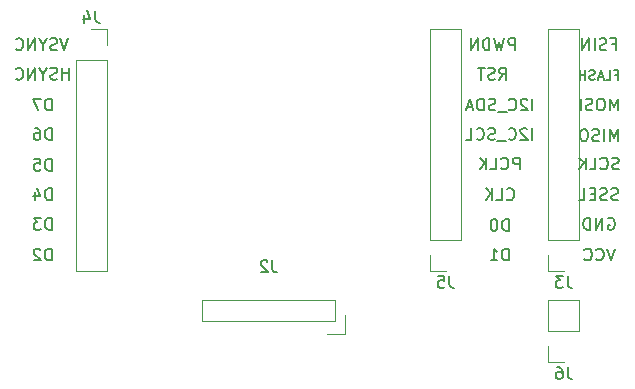
<source format=gbo>
G04 #@! TF.GenerationSoftware,KiCad,Pcbnew,(5.1.0)-1*
G04 #@! TF.CreationDate,2019-07-17T20:00:31+05:30*
G04 #@! TF.ProjectId,AR0135_adapter_rev1,41523031-3335-45f6-9164-61707465725f,rev?*
G04 #@! TF.SameCoordinates,Original*
G04 #@! TF.FileFunction,Legend,Bot*
G04 #@! TF.FilePolarity,Positive*
%FSLAX46Y46*%
G04 Gerber Fmt 4.6, Leading zero omitted, Abs format (unit mm)*
G04 Created by KiCad (PCBNEW (5.1.0)-1) date 2019-07-17 20:00:31*
%MOMM*%
%LPD*%
G04 APERTURE LIST*
%ADD10C,0.150000*%
%ADD11C,0.120000*%
G04 APERTURE END LIST*
D10*
X69095238Y-20428571D02*
X69428571Y-20428571D01*
X69428571Y-20952380D02*
X69428571Y-19952380D01*
X68952380Y-19952380D01*
X68619047Y-20904761D02*
X68476190Y-20952380D01*
X68238095Y-20952380D01*
X68142857Y-20904761D01*
X68095238Y-20857142D01*
X68047619Y-20761904D01*
X68047619Y-20666666D01*
X68095238Y-20571428D01*
X68142857Y-20523809D01*
X68238095Y-20476190D01*
X68428571Y-20428571D01*
X68523809Y-20380952D01*
X68571428Y-20333333D01*
X68619047Y-20238095D01*
X68619047Y-20142857D01*
X68571428Y-20047619D01*
X68523809Y-20000000D01*
X68428571Y-19952380D01*
X68190476Y-19952380D01*
X68047619Y-20000000D01*
X67619047Y-20952380D02*
X67619047Y-19952380D01*
X67142857Y-20952380D02*
X67142857Y-19952380D01*
X66571428Y-20952380D01*
X66571428Y-19952380D01*
X69352380Y-23042857D02*
X69619047Y-23042857D01*
X69619047Y-23461904D02*
X69619047Y-22661904D01*
X69238095Y-22661904D01*
X68552380Y-23461904D02*
X68933333Y-23461904D01*
X68933333Y-22661904D01*
X68323809Y-23233333D02*
X67942857Y-23233333D01*
X68400000Y-23461904D02*
X68133333Y-22661904D01*
X67866666Y-23461904D01*
X67638095Y-23423809D02*
X67523809Y-23461904D01*
X67333333Y-23461904D01*
X67257142Y-23423809D01*
X67219047Y-23385714D01*
X67180952Y-23309523D01*
X67180952Y-23233333D01*
X67219047Y-23157142D01*
X67257142Y-23119047D01*
X67333333Y-23080952D01*
X67485714Y-23042857D01*
X67561904Y-23004761D01*
X67600000Y-22966666D01*
X67638095Y-22890476D01*
X67638095Y-22814285D01*
X67600000Y-22738095D01*
X67561904Y-22700000D01*
X67485714Y-22661904D01*
X67295238Y-22661904D01*
X67180952Y-22700000D01*
X66838095Y-23461904D02*
X66838095Y-22661904D01*
X66838095Y-23042857D02*
X66380952Y-23042857D01*
X66380952Y-23461904D02*
X66380952Y-22661904D01*
X69571428Y-26052380D02*
X69571428Y-25052380D01*
X69238095Y-25766666D01*
X68904761Y-25052380D01*
X68904761Y-26052380D01*
X68238095Y-25052380D02*
X68047619Y-25052380D01*
X67952380Y-25100000D01*
X67857142Y-25195238D01*
X67809523Y-25385714D01*
X67809523Y-25719047D01*
X67857142Y-25909523D01*
X67952380Y-26004761D01*
X68047619Y-26052380D01*
X68238095Y-26052380D01*
X68333333Y-26004761D01*
X68428571Y-25909523D01*
X68476190Y-25719047D01*
X68476190Y-25385714D01*
X68428571Y-25195238D01*
X68333333Y-25100000D01*
X68238095Y-25052380D01*
X67428571Y-26004761D02*
X67285714Y-26052380D01*
X67047619Y-26052380D01*
X66952380Y-26004761D01*
X66904761Y-25957142D01*
X66857142Y-25861904D01*
X66857142Y-25766666D01*
X66904761Y-25671428D01*
X66952380Y-25623809D01*
X67047619Y-25576190D01*
X67238095Y-25528571D01*
X67333333Y-25480952D01*
X67380952Y-25433333D01*
X67428571Y-25338095D01*
X67428571Y-25242857D01*
X67380952Y-25147619D01*
X67333333Y-25100000D01*
X67238095Y-25052380D01*
X67000000Y-25052380D01*
X66857142Y-25100000D01*
X66428571Y-26052380D02*
X66428571Y-25052380D01*
X69571428Y-28652380D02*
X69571428Y-27652380D01*
X69238095Y-28366666D01*
X68904761Y-27652380D01*
X68904761Y-28652380D01*
X68428571Y-28652380D02*
X68428571Y-27652380D01*
X68000000Y-28604761D02*
X67857142Y-28652380D01*
X67619047Y-28652380D01*
X67523809Y-28604761D01*
X67476190Y-28557142D01*
X67428571Y-28461904D01*
X67428571Y-28366666D01*
X67476190Y-28271428D01*
X67523809Y-28223809D01*
X67619047Y-28176190D01*
X67809523Y-28128571D01*
X67904761Y-28080952D01*
X67952380Y-28033333D01*
X68000000Y-27938095D01*
X68000000Y-27842857D01*
X67952380Y-27747619D01*
X67904761Y-27700000D01*
X67809523Y-27652380D01*
X67571428Y-27652380D01*
X67428571Y-27700000D01*
X66809523Y-27652380D02*
X66619047Y-27652380D01*
X66523809Y-27700000D01*
X66428571Y-27795238D01*
X66380952Y-27985714D01*
X66380952Y-28319047D01*
X66428571Y-28509523D01*
X66523809Y-28604761D01*
X66619047Y-28652380D01*
X66809523Y-28652380D01*
X66904761Y-28604761D01*
X67000000Y-28509523D01*
X67047619Y-28319047D01*
X67047619Y-27985714D01*
X67000000Y-27795238D01*
X66904761Y-27700000D01*
X66809523Y-27652380D01*
X69690476Y-31004761D02*
X69547619Y-31052380D01*
X69309523Y-31052380D01*
X69214285Y-31004761D01*
X69166666Y-30957142D01*
X69119047Y-30861904D01*
X69119047Y-30766666D01*
X69166666Y-30671428D01*
X69214285Y-30623809D01*
X69309523Y-30576190D01*
X69500000Y-30528571D01*
X69595238Y-30480952D01*
X69642857Y-30433333D01*
X69690476Y-30338095D01*
X69690476Y-30242857D01*
X69642857Y-30147619D01*
X69595238Y-30100000D01*
X69500000Y-30052380D01*
X69261904Y-30052380D01*
X69119047Y-30100000D01*
X68119047Y-30957142D02*
X68166666Y-31004761D01*
X68309523Y-31052380D01*
X68404761Y-31052380D01*
X68547619Y-31004761D01*
X68642857Y-30909523D01*
X68690476Y-30814285D01*
X68738095Y-30623809D01*
X68738095Y-30480952D01*
X68690476Y-30290476D01*
X68642857Y-30195238D01*
X68547619Y-30100000D01*
X68404761Y-30052380D01*
X68309523Y-30052380D01*
X68166666Y-30100000D01*
X68119047Y-30147619D01*
X67214285Y-31052380D02*
X67690476Y-31052380D01*
X67690476Y-30052380D01*
X66880952Y-31052380D02*
X66880952Y-30052380D01*
X66309523Y-31052380D02*
X66738095Y-30480952D01*
X66309523Y-30052380D02*
X66880952Y-30623809D01*
X69619047Y-33604761D02*
X69476190Y-33652380D01*
X69238095Y-33652380D01*
X69142857Y-33604761D01*
X69095238Y-33557142D01*
X69047619Y-33461904D01*
X69047619Y-33366666D01*
X69095238Y-33271428D01*
X69142857Y-33223809D01*
X69238095Y-33176190D01*
X69428571Y-33128571D01*
X69523809Y-33080952D01*
X69571428Y-33033333D01*
X69619047Y-32938095D01*
X69619047Y-32842857D01*
X69571428Y-32747619D01*
X69523809Y-32700000D01*
X69428571Y-32652380D01*
X69190476Y-32652380D01*
X69047619Y-32700000D01*
X68666666Y-33604761D02*
X68523809Y-33652380D01*
X68285714Y-33652380D01*
X68190476Y-33604761D01*
X68142857Y-33557142D01*
X68095238Y-33461904D01*
X68095238Y-33366666D01*
X68142857Y-33271428D01*
X68190476Y-33223809D01*
X68285714Y-33176190D01*
X68476190Y-33128571D01*
X68571428Y-33080952D01*
X68619047Y-33033333D01*
X68666666Y-32938095D01*
X68666666Y-32842857D01*
X68619047Y-32747619D01*
X68571428Y-32700000D01*
X68476190Y-32652380D01*
X68238095Y-32652380D01*
X68095238Y-32700000D01*
X67666666Y-33128571D02*
X67333333Y-33128571D01*
X67190476Y-33652380D02*
X67666666Y-33652380D01*
X67666666Y-32652380D01*
X67190476Y-32652380D01*
X66285714Y-33652380D02*
X66761904Y-33652380D01*
X66761904Y-32652380D01*
X68761904Y-35200000D02*
X68857142Y-35152380D01*
X69000000Y-35152380D01*
X69142857Y-35200000D01*
X69238095Y-35295238D01*
X69285714Y-35390476D01*
X69333333Y-35580952D01*
X69333333Y-35723809D01*
X69285714Y-35914285D01*
X69238095Y-36009523D01*
X69142857Y-36104761D01*
X69000000Y-36152380D01*
X68904761Y-36152380D01*
X68761904Y-36104761D01*
X68714285Y-36057142D01*
X68714285Y-35723809D01*
X68904761Y-35723809D01*
X68285714Y-36152380D02*
X68285714Y-35152380D01*
X67714285Y-36152380D01*
X67714285Y-35152380D01*
X67238095Y-36152380D02*
X67238095Y-35152380D01*
X67000000Y-35152380D01*
X66857142Y-35200000D01*
X66761904Y-35295238D01*
X66714285Y-35390476D01*
X66666666Y-35580952D01*
X66666666Y-35723809D01*
X66714285Y-35914285D01*
X66761904Y-36009523D01*
X66857142Y-36104761D01*
X67000000Y-36152380D01*
X67238095Y-36152380D01*
X69333333Y-37752380D02*
X69000000Y-38752380D01*
X68666666Y-37752380D01*
X67761904Y-38657142D02*
X67809523Y-38704761D01*
X67952380Y-38752380D01*
X68047619Y-38752380D01*
X68190476Y-38704761D01*
X68285714Y-38609523D01*
X68333333Y-38514285D01*
X68380952Y-38323809D01*
X68380952Y-38180952D01*
X68333333Y-37990476D01*
X68285714Y-37895238D01*
X68190476Y-37800000D01*
X68047619Y-37752380D01*
X67952380Y-37752380D01*
X67809523Y-37800000D01*
X67761904Y-37847619D01*
X66761904Y-38657142D02*
X66809523Y-38704761D01*
X66952380Y-38752380D01*
X67047619Y-38752380D01*
X67190476Y-38704761D01*
X67285714Y-38609523D01*
X67333333Y-38514285D01*
X67380952Y-38323809D01*
X67380952Y-38180952D01*
X67333333Y-37990476D01*
X67285714Y-37895238D01*
X67190476Y-37800000D01*
X67047619Y-37752380D01*
X66952380Y-37752380D01*
X66809523Y-37800000D01*
X66761904Y-37847619D01*
X60338095Y-38752380D02*
X60338095Y-37752380D01*
X60100000Y-37752380D01*
X59957142Y-37800000D01*
X59861904Y-37895238D01*
X59814285Y-37990476D01*
X59766666Y-38180952D01*
X59766666Y-38323809D01*
X59814285Y-38514285D01*
X59861904Y-38609523D01*
X59957142Y-38704761D01*
X60100000Y-38752380D01*
X60338095Y-38752380D01*
X58814285Y-38752380D02*
X59385714Y-38752380D01*
X59100000Y-38752380D02*
X59100000Y-37752380D01*
X59195238Y-37895238D01*
X59290476Y-37990476D01*
X59385714Y-38038095D01*
X60338095Y-36252380D02*
X60338095Y-35252380D01*
X60100000Y-35252380D01*
X59957142Y-35300000D01*
X59861904Y-35395238D01*
X59814285Y-35490476D01*
X59766666Y-35680952D01*
X59766666Y-35823809D01*
X59814285Y-36014285D01*
X59861904Y-36109523D01*
X59957142Y-36204761D01*
X60100000Y-36252380D01*
X60338095Y-36252380D01*
X59147619Y-35252380D02*
X59052380Y-35252380D01*
X58957142Y-35300000D01*
X58909523Y-35347619D01*
X58861904Y-35442857D01*
X58814285Y-35633333D01*
X58814285Y-35871428D01*
X58861904Y-36061904D01*
X58909523Y-36157142D01*
X58957142Y-36204761D01*
X59052380Y-36252380D01*
X59147619Y-36252380D01*
X59242857Y-36204761D01*
X59290476Y-36157142D01*
X59338095Y-36061904D01*
X59385714Y-35871428D01*
X59385714Y-35633333D01*
X59338095Y-35442857D01*
X59290476Y-35347619D01*
X59242857Y-35300000D01*
X59147619Y-35252380D01*
X60195238Y-33557142D02*
X60242857Y-33604761D01*
X60385714Y-33652380D01*
X60480952Y-33652380D01*
X60623809Y-33604761D01*
X60719047Y-33509523D01*
X60766666Y-33414285D01*
X60814285Y-33223809D01*
X60814285Y-33080952D01*
X60766666Y-32890476D01*
X60719047Y-32795238D01*
X60623809Y-32700000D01*
X60480952Y-32652380D01*
X60385714Y-32652380D01*
X60242857Y-32700000D01*
X60195238Y-32747619D01*
X59290476Y-33652380D02*
X59766666Y-33652380D01*
X59766666Y-32652380D01*
X58957142Y-33652380D02*
X58957142Y-32652380D01*
X58385714Y-33652380D02*
X58814285Y-33080952D01*
X58385714Y-32652380D02*
X58957142Y-33223809D01*
X61266666Y-31052380D02*
X61266666Y-30052380D01*
X60885714Y-30052380D01*
X60790476Y-30100000D01*
X60742857Y-30147619D01*
X60695238Y-30242857D01*
X60695238Y-30385714D01*
X60742857Y-30480952D01*
X60790476Y-30528571D01*
X60885714Y-30576190D01*
X61266666Y-30576190D01*
X59695238Y-30957142D02*
X59742857Y-31004761D01*
X59885714Y-31052380D01*
X59980952Y-31052380D01*
X60123809Y-31004761D01*
X60219047Y-30909523D01*
X60266666Y-30814285D01*
X60314285Y-30623809D01*
X60314285Y-30480952D01*
X60266666Y-30290476D01*
X60219047Y-30195238D01*
X60123809Y-30100000D01*
X59980952Y-30052380D01*
X59885714Y-30052380D01*
X59742857Y-30100000D01*
X59695238Y-30147619D01*
X58790476Y-31052380D02*
X59266666Y-31052380D01*
X59266666Y-30052380D01*
X58457142Y-31052380D02*
X58457142Y-30052380D01*
X57885714Y-31052380D02*
X58314285Y-30480952D01*
X57885714Y-30052380D02*
X58457142Y-30623809D01*
X62338095Y-28552380D02*
X62338095Y-27552380D01*
X61909523Y-27647619D02*
X61861904Y-27600000D01*
X61766666Y-27552380D01*
X61528571Y-27552380D01*
X61433333Y-27600000D01*
X61385714Y-27647619D01*
X61338095Y-27742857D01*
X61338095Y-27838095D01*
X61385714Y-27980952D01*
X61957142Y-28552380D01*
X61338095Y-28552380D01*
X60338095Y-28457142D02*
X60385714Y-28504761D01*
X60528571Y-28552380D01*
X60623809Y-28552380D01*
X60766666Y-28504761D01*
X60861904Y-28409523D01*
X60909523Y-28314285D01*
X60957142Y-28123809D01*
X60957142Y-27980952D01*
X60909523Y-27790476D01*
X60861904Y-27695238D01*
X60766666Y-27600000D01*
X60623809Y-27552380D01*
X60528571Y-27552380D01*
X60385714Y-27600000D01*
X60338095Y-27647619D01*
X60147619Y-28647619D02*
X59385714Y-28647619D01*
X59195238Y-28504761D02*
X59052380Y-28552380D01*
X58814285Y-28552380D01*
X58719047Y-28504761D01*
X58671428Y-28457142D01*
X58623809Y-28361904D01*
X58623809Y-28266666D01*
X58671428Y-28171428D01*
X58719047Y-28123809D01*
X58814285Y-28076190D01*
X59004761Y-28028571D01*
X59100000Y-27980952D01*
X59147619Y-27933333D01*
X59195238Y-27838095D01*
X59195238Y-27742857D01*
X59147619Y-27647619D01*
X59100000Y-27600000D01*
X59004761Y-27552380D01*
X58766666Y-27552380D01*
X58623809Y-27600000D01*
X57623809Y-28457142D02*
X57671428Y-28504761D01*
X57814285Y-28552380D01*
X57909523Y-28552380D01*
X58052380Y-28504761D01*
X58147619Y-28409523D01*
X58195238Y-28314285D01*
X58242857Y-28123809D01*
X58242857Y-27980952D01*
X58195238Y-27790476D01*
X58147619Y-27695238D01*
X58052380Y-27600000D01*
X57909523Y-27552380D01*
X57814285Y-27552380D01*
X57671428Y-27600000D01*
X57623809Y-27647619D01*
X56719047Y-28552380D02*
X57195238Y-28552380D01*
X57195238Y-27552380D01*
X62361904Y-26052380D02*
X62361904Y-25052380D01*
X61933333Y-25147619D02*
X61885714Y-25100000D01*
X61790476Y-25052380D01*
X61552380Y-25052380D01*
X61457142Y-25100000D01*
X61409523Y-25147619D01*
X61361904Y-25242857D01*
X61361904Y-25338095D01*
X61409523Y-25480952D01*
X61980952Y-26052380D01*
X61361904Y-26052380D01*
X60361904Y-25957142D02*
X60409523Y-26004761D01*
X60552380Y-26052380D01*
X60647619Y-26052380D01*
X60790476Y-26004761D01*
X60885714Y-25909523D01*
X60933333Y-25814285D01*
X60980952Y-25623809D01*
X60980952Y-25480952D01*
X60933333Y-25290476D01*
X60885714Y-25195238D01*
X60790476Y-25100000D01*
X60647619Y-25052380D01*
X60552380Y-25052380D01*
X60409523Y-25100000D01*
X60361904Y-25147619D01*
X60171428Y-26147619D02*
X59409523Y-26147619D01*
X59219047Y-26004761D02*
X59076190Y-26052380D01*
X58838095Y-26052380D01*
X58742857Y-26004761D01*
X58695238Y-25957142D01*
X58647619Y-25861904D01*
X58647619Y-25766666D01*
X58695238Y-25671428D01*
X58742857Y-25623809D01*
X58838095Y-25576190D01*
X59028571Y-25528571D01*
X59123809Y-25480952D01*
X59171428Y-25433333D01*
X59219047Y-25338095D01*
X59219047Y-25242857D01*
X59171428Y-25147619D01*
X59123809Y-25100000D01*
X59028571Y-25052380D01*
X58790476Y-25052380D01*
X58647619Y-25100000D01*
X58219047Y-26052380D02*
X58219047Y-25052380D01*
X57980952Y-25052380D01*
X57838095Y-25100000D01*
X57742857Y-25195238D01*
X57695238Y-25290476D01*
X57647619Y-25480952D01*
X57647619Y-25623809D01*
X57695238Y-25814285D01*
X57742857Y-25909523D01*
X57838095Y-26004761D01*
X57980952Y-26052380D01*
X58219047Y-26052380D01*
X57266666Y-25766666D02*
X56790476Y-25766666D01*
X57361904Y-26052380D02*
X57028571Y-25052380D01*
X56695238Y-26052380D01*
X59547619Y-23452380D02*
X59880952Y-22976190D01*
X60119047Y-23452380D02*
X60119047Y-22452380D01*
X59738095Y-22452380D01*
X59642857Y-22500000D01*
X59595238Y-22547619D01*
X59547619Y-22642857D01*
X59547619Y-22785714D01*
X59595238Y-22880952D01*
X59642857Y-22928571D01*
X59738095Y-22976190D01*
X60119047Y-22976190D01*
X59166666Y-23404761D02*
X59023809Y-23452380D01*
X58785714Y-23452380D01*
X58690476Y-23404761D01*
X58642857Y-23357142D01*
X58595238Y-23261904D01*
X58595238Y-23166666D01*
X58642857Y-23071428D01*
X58690476Y-23023809D01*
X58785714Y-22976190D01*
X58976190Y-22928571D01*
X59071428Y-22880952D01*
X59119047Y-22833333D01*
X59166666Y-22738095D01*
X59166666Y-22642857D01*
X59119047Y-22547619D01*
X59071428Y-22500000D01*
X58976190Y-22452380D01*
X58738095Y-22452380D01*
X58595238Y-22500000D01*
X58309523Y-22452380D02*
X57738095Y-22452380D01*
X58023809Y-23452380D02*
X58023809Y-22452380D01*
X60857142Y-20952380D02*
X60857142Y-19952380D01*
X60476190Y-19952380D01*
X60380952Y-20000000D01*
X60333333Y-20047619D01*
X60285714Y-20142857D01*
X60285714Y-20285714D01*
X60333333Y-20380952D01*
X60380952Y-20428571D01*
X60476190Y-20476190D01*
X60857142Y-20476190D01*
X59952380Y-19952380D02*
X59714285Y-20952380D01*
X59523809Y-20238095D01*
X59333333Y-20952380D01*
X59095238Y-19952380D01*
X58714285Y-20952380D02*
X58714285Y-19952380D01*
X58476190Y-19952380D01*
X58333333Y-20000000D01*
X58238095Y-20095238D01*
X58190476Y-20190476D01*
X58142857Y-20380952D01*
X58142857Y-20523809D01*
X58190476Y-20714285D01*
X58238095Y-20809523D01*
X58333333Y-20904761D01*
X58476190Y-20952380D01*
X58714285Y-20952380D01*
X57714285Y-20952380D02*
X57714285Y-19952380D01*
X57142857Y-20952380D01*
X57142857Y-19952380D01*
X21638095Y-38752380D02*
X21638095Y-37752380D01*
X21400000Y-37752380D01*
X21257142Y-37800000D01*
X21161904Y-37895238D01*
X21114285Y-37990476D01*
X21066666Y-38180952D01*
X21066666Y-38323809D01*
X21114285Y-38514285D01*
X21161904Y-38609523D01*
X21257142Y-38704761D01*
X21400000Y-38752380D01*
X21638095Y-38752380D01*
X20685714Y-37847619D02*
X20638095Y-37800000D01*
X20542857Y-37752380D01*
X20304761Y-37752380D01*
X20209523Y-37800000D01*
X20161904Y-37847619D01*
X20114285Y-37942857D01*
X20114285Y-38038095D01*
X20161904Y-38180952D01*
X20733333Y-38752380D01*
X20114285Y-38752380D01*
X21638095Y-36152380D02*
X21638095Y-35152380D01*
X21400000Y-35152380D01*
X21257142Y-35200000D01*
X21161904Y-35295238D01*
X21114285Y-35390476D01*
X21066666Y-35580952D01*
X21066666Y-35723809D01*
X21114285Y-35914285D01*
X21161904Y-36009523D01*
X21257142Y-36104761D01*
X21400000Y-36152380D01*
X21638095Y-36152380D01*
X20733333Y-35152380D02*
X20114285Y-35152380D01*
X20447619Y-35533333D01*
X20304761Y-35533333D01*
X20209523Y-35580952D01*
X20161904Y-35628571D01*
X20114285Y-35723809D01*
X20114285Y-35961904D01*
X20161904Y-36057142D01*
X20209523Y-36104761D01*
X20304761Y-36152380D01*
X20590476Y-36152380D01*
X20685714Y-36104761D01*
X20733333Y-36057142D01*
X21638095Y-33652380D02*
X21638095Y-32652380D01*
X21400000Y-32652380D01*
X21257142Y-32700000D01*
X21161904Y-32795238D01*
X21114285Y-32890476D01*
X21066666Y-33080952D01*
X21066666Y-33223809D01*
X21114285Y-33414285D01*
X21161904Y-33509523D01*
X21257142Y-33604761D01*
X21400000Y-33652380D01*
X21638095Y-33652380D01*
X20209523Y-32985714D02*
X20209523Y-33652380D01*
X20447619Y-32604761D02*
X20685714Y-33319047D01*
X20066666Y-33319047D01*
X21638095Y-31152380D02*
X21638095Y-30152380D01*
X21400000Y-30152380D01*
X21257142Y-30200000D01*
X21161904Y-30295238D01*
X21114285Y-30390476D01*
X21066666Y-30580952D01*
X21066666Y-30723809D01*
X21114285Y-30914285D01*
X21161904Y-31009523D01*
X21257142Y-31104761D01*
X21400000Y-31152380D01*
X21638095Y-31152380D01*
X20161904Y-30152380D02*
X20638095Y-30152380D01*
X20685714Y-30628571D01*
X20638095Y-30580952D01*
X20542857Y-30533333D01*
X20304761Y-30533333D01*
X20209523Y-30580952D01*
X20161904Y-30628571D01*
X20114285Y-30723809D01*
X20114285Y-30961904D01*
X20161904Y-31057142D01*
X20209523Y-31104761D01*
X20304761Y-31152380D01*
X20542857Y-31152380D01*
X20638095Y-31104761D01*
X20685714Y-31057142D01*
X21638095Y-28552380D02*
X21638095Y-27552380D01*
X21400000Y-27552380D01*
X21257142Y-27600000D01*
X21161904Y-27695238D01*
X21114285Y-27790476D01*
X21066666Y-27980952D01*
X21066666Y-28123809D01*
X21114285Y-28314285D01*
X21161904Y-28409523D01*
X21257142Y-28504761D01*
X21400000Y-28552380D01*
X21638095Y-28552380D01*
X20209523Y-27552380D02*
X20400000Y-27552380D01*
X20495238Y-27600000D01*
X20542857Y-27647619D01*
X20638095Y-27790476D01*
X20685714Y-27980952D01*
X20685714Y-28361904D01*
X20638095Y-28457142D01*
X20590476Y-28504761D01*
X20495238Y-28552380D01*
X20304761Y-28552380D01*
X20209523Y-28504761D01*
X20161904Y-28457142D01*
X20114285Y-28361904D01*
X20114285Y-28123809D01*
X20161904Y-28028571D01*
X20209523Y-27980952D01*
X20304761Y-27933333D01*
X20495238Y-27933333D01*
X20590476Y-27980952D01*
X20638095Y-28028571D01*
X20685714Y-28123809D01*
X21638095Y-26052380D02*
X21638095Y-25052380D01*
X21400000Y-25052380D01*
X21257142Y-25100000D01*
X21161904Y-25195238D01*
X21114285Y-25290476D01*
X21066666Y-25480952D01*
X21066666Y-25623809D01*
X21114285Y-25814285D01*
X21161904Y-25909523D01*
X21257142Y-26004761D01*
X21400000Y-26052380D01*
X21638095Y-26052380D01*
X20733333Y-25052380D02*
X20066666Y-25052380D01*
X20495238Y-26052380D01*
X23114285Y-23452380D02*
X23114285Y-22452380D01*
X23114285Y-22928571D02*
X22542857Y-22928571D01*
X22542857Y-23452380D02*
X22542857Y-22452380D01*
X22114285Y-23404761D02*
X21971428Y-23452380D01*
X21733333Y-23452380D01*
X21638095Y-23404761D01*
X21590476Y-23357142D01*
X21542857Y-23261904D01*
X21542857Y-23166666D01*
X21590476Y-23071428D01*
X21638095Y-23023809D01*
X21733333Y-22976190D01*
X21923809Y-22928571D01*
X22019047Y-22880952D01*
X22066666Y-22833333D01*
X22114285Y-22738095D01*
X22114285Y-22642857D01*
X22066666Y-22547619D01*
X22019047Y-22500000D01*
X21923809Y-22452380D01*
X21685714Y-22452380D01*
X21542857Y-22500000D01*
X20923809Y-22976190D02*
X20923809Y-23452380D01*
X21257142Y-22452380D02*
X20923809Y-22976190D01*
X20590476Y-22452380D01*
X20257142Y-23452380D02*
X20257142Y-22452380D01*
X19685714Y-23452380D01*
X19685714Y-22452380D01*
X18638095Y-23357142D02*
X18685714Y-23404761D01*
X18828571Y-23452380D01*
X18923809Y-23452380D01*
X19066666Y-23404761D01*
X19161904Y-23309523D01*
X19209523Y-23214285D01*
X19257142Y-23023809D01*
X19257142Y-22880952D01*
X19209523Y-22690476D01*
X19161904Y-22595238D01*
X19066666Y-22500000D01*
X18923809Y-22452380D01*
X18828571Y-22452380D01*
X18685714Y-22500000D01*
X18638095Y-22547619D01*
X23061904Y-19952380D02*
X22728571Y-20952380D01*
X22395238Y-19952380D01*
X22109523Y-20904761D02*
X21966666Y-20952380D01*
X21728571Y-20952380D01*
X21633333Y-20904761D01*
X21585714Y-20857142D01*
X21538095Y-20761904D01*
X21538095Y-20666666D01*
X21585714Y-20571428D01*
X21633333Y-20523809D01*
X21728571Y-20476190D01*
X21919047Y-20428571D01*
X22014285Y-20380952D01*
X22061904Y-20333333D01*
X22109523Y-20238095D01*
X22109523Y-20142857D01*
X22061904Y-20047619D01*
X22014285Y-20000000D01*
X21919047Y-19952380D01*
X21680952Y-19952380D01*
X21538095Y-20000000D01*
X20919047Y-20476190D02*
X20919047Y-20952380D01*
X21252380Y-19952380D02*
X20919047Y-20476190D01*
X20585714Y-19952380D01*
X20252380Y-20952380D02*
X20252380Y-19952380D01*
X19680952Y-20952380D01*
X19680952Y-19952380D01*
X18633333Y-20857142D02*
X18680952Y-20904761D01*
X18823809Y-20952380D01*
X18919047Y-20952380D01*
X19061904Y-20904761D01*
X19157142Y-20809523D01*
X19204761Y-20714285D01*
X19252380Y-20523809D01*
X19252380Y-20380952D01*
X19204761Y-20190476D01*
X19157142Y-20095238D01*
X19061904Y-20000000D01*
X18919047Y-19952380D01*
X18823809Y-19952380D01*
X18680952Y-20000000D01*
X18633333Y-20047619D01*
D11*
X46500000Y-45000000D02*
X46500000Y-43400000D01*
X45000000Y-45000000D02*
X46500000Y-45000000D01*
X45600000Y-42100000D02*
X45600000Y-43900000D01*
X45600000Y-43900000D02*
X34400000Y-43900000D01*
X34400000Y-43900000D02*
X34400000Y-42100000D01*
X34400000Y-42100000D02*
X45600000Y-42100000D01*
X63670000Y-19170000D02*
X66330000Y-19170000D01*
X63670000Y-37010000D02*
X63670000Y-19170000D01*
X66330000Y-37010000D02*
X66330000Y-19170000D01*
X63670000Y-37010000D02*
X66330000Y-37010000D01*
X63670000Y-38280000D02*
X63670000Y-39610000D01*
X63670000Y-39610000D02*
X65000000Y-39610000D01*
X26330000Y-19170000D02*
X25000000Y-19170000D01*
X26330000Y-20500000D02*
X26330000Y-19170000D01*
X26330000Y-21770000D02*
X23670000Y-21770000D01*
X23670000Y-21770000D02*
X23670000Y-39610000D01*
X26330000Y-21770000D02*
X26330000Y-39610000D01*
X26330000Y-39610000D02*
X23670000Y-39610000D01*
X53670000Y-19170000D02*
X56330000Y-19170000D01*
X53670000Y-37010000D02*
X53670000Y-19170000D01*
X56330000Y-37010000D02*
X56330000Y-19170000D01*
X53670000Y-37010000D02*
X56330000Y-37010000D01*
X53670000Y-38280000D02*
X53670000Y-39610000D01*
X53670000Y-39610000D02*
X55000000Y-39610000D01*
X63670000Y-42130000D02*
X66330000Y-42130000D01*
X63670000Y-44730000D02*
X63670000Y-42130000D01*
X66330000Y-44730000D02*
X66330000Y-42130000D01*
X63670000Y-44730000D02*
X66330000Y-44730000D01*
X63670000Y-46000000D02*
X63670000Y-47330000D01*
X63670000Y-47330000D02*
X65000000Y-47330000D01*
D10*
X40333333Y-38752380D02*
X40333333Y-39466666D01*
X40380952Y-39609523D01*
X40476190Y-39704761D01*
X40619047Y-39752380D01*
X40714285Y-39752380D01*
X39904761Y-38847619D02*
X39857142Y-38800000D01*
X39761904Y-38752380D01*
X39523809Y-38752380D01*
X39428571Y-38800000D01*
X39380952Y-38847619D01*
X39333333Y-38942857D01*
X39333333Y-39038095D01*
X39380952Y-39180952D01*
X39952380Y-39752380D01*
X39333333Y-39752380D01*
X65333333Y-40062380D02*
X65333333Y-40776666D01*
X65380952Y-40919523D01*
X65476190Y-41014761D01*
X65619047Y-41062380D01*
X65714285Y-41062380D01*
X64952380Y-40062380D02*
X64333333Y-40062380D01*
X64666666Y-40443333D01*
X64523809Y-40443333D01*
X64428571Y-40490952D01*
X64380952Y-40538571D01*
X64333333Y-40633809D01*
X64333333Y-40871904D01*
X64380952Y-40967142D01*
X64428571Y-41014761D01*
X64523809Y-41062380D01*
X64809523Y-41062380D01*
X64904761Y-41014761D01*
X64952380Y-40967142D01*
X25333333Y-17622380D02*
X25333333Y-18336666D01*
X25380952Y-18479523D01*
X25476190Y-18574761D01*
X25619047Y-18622380D01*
X25714285Y-18622380D01*
X24428571Y-17955714D02*
X24428571Y-18622380D01*
X24666666Y-17574761D02*
X24904761Y-18289047D01*
X24285714Y-18289047D01*
X55333333Y-40062380D02*
X55333333Y-40776666D01*
X55380952Y-40919523D01*
X55476190Y-41014761D01*
X55619047Y-41062380D01*
X55714285Y-41062380D01*
X54380952Y-40062380D02*
X54857142Y-40062380D01*
X54904761Y-40538571D01*
X54857142Y-40490952D01*
X54761904Y-40443333D01*
X54523809Y-40443333D01*
X54428571Y-40490952D01*
X54380952Y-40538571D01*
X54333333Y-40633809D01*
X54333333Y-40871904D01*
X54380952Y-40967142D01*
X54428571Y-41014761D01*
X54523809Y-41062380D01*
X54761904Y-41062380D01*
X54857142Y-41014761D01*
X54904761Y-40967142D01*
X65333333Y-47782380D02*
X65333333Y-48496666D01*
X65380952Y-48639523D01*
X65476190Y-48734761D01*
X65619047Y-48782380D01*
X65714285Y-48782380D01*
X64428571Y-47782380D02*
X64619047Y-47782380D01*
X64714285Y-47830000D01*
X64761904Y-47877619D01*
X64857142Y-48020476D01*
X64904761Y-48210952D01*
X64904761Y-48591904D01*
X64857142Y-48687142D01*
X64809523Y-48734761D01*
X64714285Y-48782380D01*
X64523809Y-48782380D01*
X64428571Y-48734761D01*
X64380952Y-48687142D01*
X64333333Y-48591904D01*
X64333333Y-48353809D01*
X64380952Y-48258571D01*
X64428571Y-48210952D01*
X64523809Y-48163333D01*
X64714285Y-48163333D01*
X64809523Y-48210952D01*
X64857142Y-48258571D01*
X64904761Y-48353809D01*
M02*

</source>
